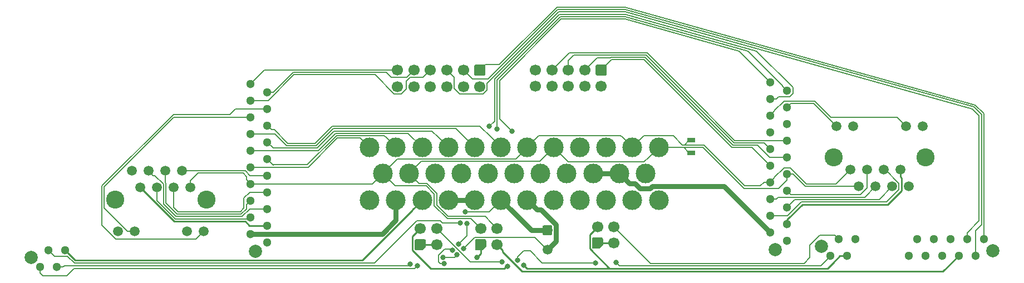
<source format=gtl>
G04 #@! TF.GenerationSoftware,KiCad,Pcbnew,5.0.2-bee76a0~70~ubuntu18.04.1*
G04 #@! TF.CreationDate,2019-11-25T08:18:34-05:00*
G04 #@! TF.ProjectId,interface,696e7465-7266-4616-9365-2e6b69636164,rev?*
G04 #@! TF.SameCoordinates,Original*
G04 #@! TF.FileFunction,Copper,L1,Top*
G04 #@! TF.FilePolarity,Positive*
%FSLAX46Y46*%
G04 Gerber Fmt 4.6, Leading zero omitted, Abs format (unit mm)*
G04 Created by KiCad (PCBNEW 5.0.2-bee76a0~70~ubuntu18.04.1) date Mon 25 Nov 2019 08:18:34 AM EST*
%MOMM*%
%LPD*%
G01*
G04 APERTURE LIST*
G04 #@! TA.AperFunction,Conductor*
%ADD10C,0.100076*%
G04 #@! TD*
G04 #@! TA.AperFunction,ComponentPad*
%ADD11C,1.700000*%
G04 #@! TD*
G04 #@! TA.AperFunction,ComponentPad*
%ADD12C,1.417157*%
G04 #@! TD*
G04 #@! TA.AperFunction,ComponentPad*
%ADD13C,2.000000*%
G04 #@! TD*
G04 #@! TA.AperFunction,ComponentPad*
%ADD14C,1.300000*%
G04 #@! TD*
G04 #@! TA.AperFunction,ComponentPad*
%ADD15C,1.500000*%
G04 #@! TD*
G04 #@! TA.AperFunction,ComponentPad*
%ADD16C,2.750000*%
G04 #@! TD*
G04 #@! TA.AperFunction,ComponentPad*
%ADD17C,3.000000*%
G04 #@! TD*
G04 #@! TA.AperFunction,SMDPad,CuDef*
%ADD18R,1.300000X0.700000*%
G04 #@! TD*
G04 #@! TA.AperFunction,ViaPad*
%ADD19C,0.800000*%
G04 #@! TD*
G04 #@! TA.AperFunction,Conductor*
%ADD20C,0.152400*%
G04 #@! TD*
G04 #@! TA.AperFunction,Conductor*
%ADD21C,0.254000*%
G04 #@! TD*
G04 #@! TA.AperFunction,Conductor*
%ADD22C,0.762000*%
G04 #@! TD*
G04 APERTURE END LIST*
D10*
G04 #@! TO.N,/START_BTN*
G04 #@! TO.C,U4*
G36*
X165158104Y-63199204D02*
X165182373Y-63202804D01*
X165206171Y-63208765D01*
X165229271Y-63217030D01*
X165251449Y-63227520D01*
X165272493Y-63240133D01*
X165292198Y-63254747D01*
X165310377Y-63271223D01*
X165326853Y-63289402D01*
X165341467Y-63309107D01*
X165354080Y-63330151D01*
X165364570Y-63352329D01*
X165372835Y-63375429D01*
X165378796Y-63399227D01*
X165382396Y-63423496D01*
X165383600Y-63448000D01*
X165383600Y-64648000D01*
X165382396Y-64672504D01*
X165378796Y-64696773D01*
X165372835Y-64720571D01*
X165364570Y-64743671D01*
X165354080Y-64765849D01*
X165341467Y-64786893D01*
X165326853Y-64806598D01*
X165310377Y-64824777D01*
X165292198Y-64841253D01*
X165272493Y-64855867D01*
X165251449Y-64868480D01*
X165229271Y-64878970D01*
X165206171Y-64887235D01*
X165182373Y-64893196D01*
X165158104Y-64896796D01*
X165133600Y-64898000D01*
X163933600Y-64898000D01*
X163909096Y-64896796D01*
X163884827Y-64893196D01*
X163861029Y-64887235D01*
X163837929Y-64878970D01*
X163815751Y-64868480D01*
X163794707Y-64855867D01*
X163775002Y-64841253D01*
X163756823Y-64824777D01*
X163740347Y-64806598D01*
X163725733Y-64786893D01*
X163713120Y-64765849D01*
X163702630Y-64743671D01*
X163694365Y-64720571D01*
X163688404Y-64696773D01*
X163684804Y-64672504D01*
X163683600Y-64648000D01*
X163683600Y-63448000D01*
X163684804Y-63423496D01*
X163688404Y-63399227D01*
X163694365Y-63375429D01*
X163702630Y-63352329D01*
X163713120Y-63330151D01*
X163725733Y-63309107D01*
X163740347Y-63289402D01*
X163756823Y-63271223D01*
X163775002Y-63254747D01*
X163794707Y-63240133D01*
X163815751Y-63227520D01*
X163837929Y-63217030D01*
X163861029Y-63208765D01*
X163884827Y-63202804D01*
X163909096Y-63199204D01*
X163933600Y-63198000D01*
X165133600Y-63198000D01*
X165158104Y-63199204D01*
X165158104Y-63199204D01*
G37*
D11*
G04 #@! TD*
G04 #@! TO.P,U4,1*
G04 #@! TO.N,/START_BTN*
X164533600Y-64048000D03*
G04 #@! TO.P,U4,2*
G04 #@! TO.N,/START_LED*
X162033600Y-64048000D03*
G04 #@! TO.P,U4,3*
G04 #@! TO.N,/BMS_LED*
X159533600Y-64048000D03*
G04 #@! TO.P,U4,4*
G04 #@! TO.N,/IMD_LED*
X157033600Y-64048000D03*
G04 #@! TO.P,U4,5*
G04 #@! TO.N,GND*
X154533600Y-64048000D03*
G04 #@! TO.P,U4,6*
X164533600Y-66548000D03*
G04 #@! TO.P,U4,7*
X162033600Y-66548000D03*
G04 #@! TO.P,U4,8*
X159533600Y-66548000D03*
G04 #@! TO.P,U4,9*
X157033600Y-66548000D03*
G04 #@! TO.P,U4,10*
X154533600Y-66548000D03*
G04 #@! TD*
D12*
G04 #@! TO.P,U2,1*
G04 #@! TO.N,GND*
X137007600Y-90652600D03*
D10*
G04 #@! TD*
G04 #@! TO.N,GND*
G04 #@! TO.C,U2*
G36*
X136162404Y-90003827D02*
X136176630Y-89956929D01*
X136199733Y-89913707D01*
X136230823Y-89875823D01*
X136268707Y-89844733D01*
X136311929Y-89821630D01*
X136358827Y-89807404D01*
X136407600Y-89802600D01*
X137607600Y-89802600D01*
X137656373Y-89807404D01*
X137703271Y-89821630D01*
X137746493Y-89844733D01*
X137784377Y-89875823D01*
X137815467Y-89913707D01*
X137838570Y-89956929D01*
X137852796Y-90003827D01*
X137857600Y-90052600D01*
X137857600Y-90852600D01*
X137852796Y-90901373D01*
X137838570Y-90948271D01*
X137815467Y-90991493D01*
X137784377Y-91029377D01*
X137384377Y-91429377D01*
X137346493Y-91460467D01*
X137303271Y-91483570D01*
X137256373Y-91497796D01*
X137207600Y-91502600D01*
X136407600Y-91502600D01*
X136358827Y-91497796D01*
X136311929Y-91483570D01*
X136268707Y-91460467D01*
X136230823Y-91429377D01*
X136199733Y-91391493D01*
X136176630Y-91348271D01*
X136162404Y-91301373D01*
X136157600Y-91252600D01*
X136157600Y-90052600D01*
X136162404Y-90003827D01*
X136162404Y-90003827D01*
G37*
D11*
G04 #@! TO.P,U2,2*
G04 #@! TO.N,GND*
X139507600Y-90652600D03*
G04 #@! TO.P,U2,3*
G04 #@! TO.N,/5V_LED_BARS*
X137007600Y-88152600D03*
G04 #@! TO.P,U2,4*
G04 #@! TO.N,/SPEED_LED_BAR*
X139507600Y-88152600D03*
G04 #@! TD*
D13*
G04 #@! TO.P,J5,5*
G04 #@! TO.N,N/C*
X77771800Y-92556200D03*
D14*
G04 #@! TO.P,J5,4*
G04 #@! TO.N,/5V_CAN_LOGGER*
X82981800Y-91516200D03*
G04 #@! TO.P,J5,2*
G04 #@! TO.N,/IS>BOTS*
X80441800Y-91516200D03*
G04 #@! TO.P,J5,1*
G04 #@! TO.N,/BOTS>ESTOP*
X79171800Y-94056200D03*
G04 #@! TO.P,J5,3*
G04 #@! TO.N,/ESTOP>HVD*
X81711800Y-94056200D03*
G04 #@! TD*
D11*
G04 #@! TO.P,U3,4*
G04 #@! TO.N,/SOC_LED_BAR*
X166457000Y-87898600D03*
G04 #@! TO.P,U3,3*
G04 #@! TO.N,/5V_LED_BARS*
X163957000Y-87898600D03*
G04 #@! TO.P,U3,2*
G04 #@! TO.N,GND*
X166457000Y-90398600D03*
D12*
G04 #@! TO.P,U3,1*
X163957000Y-90398600D03*
D10*
G04 #@! TD*
G04 #@! TO.N,GND*
G04 #@! TO.C,U3*
G36*
X163111804Y-89749827D02*
X163126030Y-89702929D01*
X163149133Y-89659707D01*
X163180223Y-89621823D01*
X163218107Y-89590733D01*
X163261329Y-89567630D01*
X163308227Y-89553404D01*
X163357000Y-89548600D01*
X164557000Y-89548600D01*
X164605773Y-89553404D01*
X164652671Y-89567630D01*
X164695893Y-89590733D01*
X164733777Y-89621823D01*
X164764867Y-89659707D01*
X164787970Y-89702929D01*
X164802196Y-89749827D01*
X164807000Y-89798600D01*
X164807000Y-90598600D01*
X164802196Y-90647373D01*
X164787970Y-90694271D01*
X164764867Y-90737493D01*
X164733777Y-90775377D01*
X164333777Y-91175377D01*
X164295893Y-91206467D01*
X164252671Y-91229570D01*
X164205773Y-91243796D01*
X164157000Y-91248600D01*
X163357000Y-91248600D01*
X163308227Y-91243796D01*
X163261329Y-91229570D01*
X163218107Y-91206467D01*
X163180223Y-91175377D01*
X163149133Y-91137493D01*
X163126030Y-91094271D01*
X163111804Y-91047373D01*
X163107000Y-90998600D01*
X163107000Y-89798600D01*
X163111804Y-89749827D01*
X163111804Y-89749827D01*
G37*
D15*
G04 #@! TO.P,U6,12*
G04 #@! TO.N,/RJ45_LED_G_THROTTLE*
X104082800Y-88569800D03*
G04 #@! TO.P,U6,11*
G04 #@! TO.N,Net-(U6-Pad11)*
X101542800Y-88569800D03*
G04 #@! TO.P,U6,9*
G04 #@! TO.N,Net-(U6-Pad9)*
X90982800Y-88569800D03*
G04 #@! TO.P,U6,10*
G04 #@! TO.N,/RJ45_LED_O_THROTTLE*
X93522800Y-88569800D03*
G04 #@! TO.P,U6,1*
G04 #@! TO.N,/CANH*
X101982800Y-81939800D03*
G04 #@! TO.P,U6,3*
G04 #@! TO.N,/RESET_THROTTLE*
X99442800Y-81939800D03*
G04 #@! TO.P,U6,5*
G04 #@! TO.N,/MISO_THROTTLE*
X96902800Y-81939800D03*
G04 #@! TO.P,U6,7*
G04 #@! TO.N,/5V_THROTTLE*
X94362800Y-81939800D03*
G04 #@! TO.P,U6,2*
G04 #@! TO.N,/CANL*
X100712800Y-79399800D03*
G04 #@! TO.P,U6,4*
G04 #@! TO.N,/SCK_THROTTLE*
X98172800Y-79399800D03*
G04 #@! TO.P,U6,6*
G04 #@! TO.N,/MOSI_THROTTLE*
X95632800Y-79399800D03*
G04 #@! TO.P,U6,8*
G04 #@! TO.N,GND*
X93092800Y-79399800D03*
D16*
G04 #@! TO.P,U6,13*
G04 #@! TO.N,Net-(U6-Pad13)*
X104482800Y-83819800D03*
G04 #@! TO.P,U6,14*
G04 #@! TO.N,Net-(U6-Pad14)*
X90582800Y-83819800D03*
G04 #@! TD*
D10*
G04 #@! TO.N,/LV_LED*
G04 #@! TO.C,U1*
G36*
X146674504Y-63210004D02*
X146698773Y-63213604D01*
X146722571Y-63219565D01*
X146745671Y-63227830D01*
X146767849Y-63238320D01*
X146788893Y-63250933D01*
X146808598Y-63265547D01*
X146826777Y-63282023D01*
X146843253Y-63300202D01*
X146857867Y-63319907D01*
X146870480Y-63340951D01*
X146880970Y-63363129D01*
X146889235Y-63386229D01*
X146895196Y-63410027D01*
X146898796Y-63434296D01*
X146900000Y-63458800D01*
X146900000Y-64658800D01*
X146898796Y-64683304D01*
X146895196Y-64707573D01*
X146889235Y-64731371D01*
X146880970Y-64754471D01*
X146870480Y-64776649D01*
X146857867Y-64797693D01*
X146843253Y-64817398D01*
X146826777Y-64835577D01*
X146808598Y-64852053D01*
X146788893Y-64866667D01*
X146767849Y-64879280D01*
X146745671Y-64889770D01*
X146722571Y-64898035D01*
X146698773Y-64903996D01*
X146674504Y-64907596D01*
X146650000Y-64908800D01*
X145450000Y-64908800D01*
X145425496Y-64907596D01*
X145401227Y-64903996D01*
X145377429Y-64898035D01*
X145354329Y-64889770D01*
X145332151Y-64879280D01*
X145311107Y-64866667D01*
X145291402Y-64852053D01*
X145273223Y-64835577D01*
X145256747Y-64817398D01*
X145242133Y-64797693D01*
X145229520Y-64776649D01*
X145219030Y-64754471D01*
X145210765Y-64731371D01*
X145204804Y-64707573D01*
X145201204Y-64683304D01*
X145200000Y-64658800D01*
X145200000Y-63458800D01*
X145201204Y-63434296D01*
X145204804Y-63410027D01*
X145210765Y-63386229D01*
X145219030Y-63363129D01*
X145229520Y-63340951D01*
X145242133Y-63319907D01*
X145256747Y-63300202D01*
X145273223Y-63282023D01*
X145291402Y-63265547D01*
X145311107Y-63250933D01*
X145332151Y-63238320D01*
X145354329Y-63227830D01*
X145377429Y-63219565D01*
X145401227Y-63213604D01*
X145425496Y-63210004D01*
X145450000Y-63208800D01*
X146650000Y-63208800D01*
X146674504Y-63210004D01*
X146674504Y-63210004D01*
G37*
D11*
G04 #@! TD*
G04 #@! TO.P,U1,1*
G04 #@! TO.N,/LV_LED*
X146050000Y-64058800D03*
G04 #@! TO.P,U1,2*
G04 #@! TO.N,/HV_LED*
X143550000Y-64058800D03*
G04 #@! TO.P,U1,3*
G04 #@! TO.N,/BRAKE_LED*
X141050000Y-64058800D03*
G04 #@! TO.P,U1,4*
G04 #@! TO.N,/DRIVE_MODE_+*
X138550000Y-64058800D03*
G04 #@! TO.P,U1,5*
G04 #@! TO.N,/DRIVE_MODE_SENSE*
X136050000Y-64058800D03*
G04 #@! TO.P,U1,6*
G04 #@! TO.N,/DRIVE_MODE_-*
X133550000Y-64058800D03*
G04 #@! TO.P,U1,7*
G04 #@! TO.N,GND*
X146050000Y-66558800D03*
G04 #@! TO.P,U1,8*
X143550000Y-66558800D03*
G04 #@! TO.P,U1,9*
X141050000Y-66558800D03*
G04 #@! TO.P,U1,10*
X138550000Y-66558800D03*
G04 #@! TO.P,U1,11*
X136050000Y-66558800D03*
G04 #@! TO.P,U1,12*
X133550000Y-66558800D03*
G04 #@! TD*
D14*
G04 #@! TO.P,J3,3*
G04 #@! TO.N,/5V_LED_BARS*
X201955400Y-92354400D03*
G04 #@! TO.P,J3,1*
G04 #@! TO.N,/SPEED_LED_BAR*
X199415400Y-92354400D03*
G04 #@! TO.P,J3,2*
G04 #@! TO.N,/SOC_LED_BAR*
X200685400Y-89814400D03*
G04 #@! TO.P,J3,4*
G04 #@! TO.N,GND*
X203225400Y-89814400D03*
D13*
G04 #@! TO.P,J3,5*
G04 #@! TO.N,N/C*
X198015400Y-90854400D03*
G04 #@! TD*
D17*
G04 #@! TO.P,J7,31*
G04 #@! TO.N,/CANL*
X157283600Y-75824200D03*
G04 #@! TO.P,J7,25*
G04 #@! TO.N,/THROTTLE_POT_1_SENSE*
X133283600Y-75824200D03*
G04 #@! TO.P,J7,26*
G04 #@! TO.N,/THROTTLE_POT_1_-*
X137283600Y-75824200D03*
G04 #@! TO.P,J7,27*
G04 #@! TO.N,/THROTTLE_POT_2_+*
X141283600Y-75824200D03*
G04 #@! TO.P,J7,28*
G04 #@! TO.N,/THROTTLE_POT_2_SENSE*
X145283600Y-75824200D03*
G04 #@! TO.P,J7,29*
G04 #@! TO.N,/THROTTLE_POT_2_-*
X149283600Y-75824200D03*
G04 #@! TO.P,J7,30*
G04 #@! TO.N,/CANH*
X153283600Y-75824200D03*
G04 #@! TO.P,J7,14*
G04 #@! TO.N,/CANL*
X135283600Y-79824200D03*
G04 #@! TO.P,J7,15*
G04 #@! TO.N,GND*
X139283600Y-79824200D03*
G04 #@! TO.P,J7,17*
G04 #@! TO.N,/STEERING_POT_SENSE*
X147283600Y-79824200D03*
G04 #@! TO.P,J7,16*
G04 #@! TO.N,/STEERING_POT_+*
X143283600Y-79824200D03*
G04 #@! TO.P,J7,18*
G04 #@! TO.N,/STEERING_POT_-*
X151283600Y-79824200D03*
G04 #@! TO.P,J7,19*
G04 #@! TO.N,GND*
X155283600Y-79824200D03*
G04 #@! TO.P,J7,7*
G04 #@! TO.N,/ESTOP>HVD*
X153283600Y-83824200D03*
G04 #@! TO.P,J7,6*
G04 #@! TO.N,/BOTS>ESTOP*
X149283600Y-83824200D03*
G04 #@! TO.P,J7,4*
G04 #@! TO.N,/IS>BOTS*
X141283600Y-83824200D03*
G04 #@! TO.P,J7,5*
X145283600Y-83824200D03*
G04 #@! TO.P,J7,3*
G04 #@! TO.N,/5V_CAN_LOGGER*
X137283600Y-83824200D03*
G04 #@! TO.P,J7,2*
G04 #@! TO.N,+12V*
X133283600Y-83824200D03*
G04 #@! TO.P,J7,24*
G04 #@! TO.N,/THROTTLE_POT_1_+*
X129283600Y-75824200D03*
G04 #@! TO.P,J7,13*
G04 #@! TO.N,/CANH*
X131283600Y-79824200D03*
G04 #@! TO.P,J7,1*
G04 #@! TO.N,GND*
X129283600Y-83824200D03*
G04 #@! TO.P,J7,8*
X157283600Y-83824200D03*
G04 #@! TO.P,J7,20*
X159283600Y-79824200D03*
G04 #@! TO.P,J7,32*
X161283600Y-75824200D03*
G04 #@! TO.P,J7,9*
X161283600Y-83824200D03*
G04 #@! TO.P,J7,33*
G04 #@! TO.N,/RTD_LSD*
X165283600Y-75824200D03*
G04 #@! TO.P,J7,21*
G04 #@! TO.N,+12V*
X163283600Y-79824200D03*
G04 #@! TO.P,J7,10*
G04 #@! TO.N,GND*
X165283600Y-83824200D03*
G04 #@! TO.P,J7,34*
G04 #@! TO.N,/CANH*
X169283600Y-75824200D03*
G04 #@! TO.P,J7,22*
G04 #@! TO.N,+12V*
X167283600Y-79824200D03*
G04 #@! TO.P,J7,11*
G04 #@! TO.N,/CANH*
X169283600Y-83824200D03*
G04 #@! TO.P,J7,35*
G04 #@! TO.N,/CANL*
X173283600Y-75824200D03*
G04 #@! TO.P,J7,23*
G04 #@! TO.N,GND*
X171283600Y-79824200D03*
G04 #@! TO.P,J7,12*
G04 #@! TO.N,/CANL*
X173283600Y-83824200D03*
G04 #@! TD*
D14*
G04 #@! TO.P,J1,5*
G04 #@! TO.N,/MOSI_DUX*
X192760600Y-84937600D03*
G04 #@! TO.P,J1,3*
G04 #@! TO.N,/5V_DUX*
X192760600Y-87477600D03*
G04 #@! TO.P,J1,1*
G04 #@! TO.N,GND*
X192760600Y-90017600D03*
G04 #@! TO.P,J1,7*
G04 #@! TO.N,/RESET_DUX*
X192760600Y-82397600D03*
G04 #@! TO.P,J1,2*
G04 #@! TO.N,+12V*
X190220600Y-88747600D03*
G04 #@! TO.P,J1,4*
G04 #@! TO.N,/MISO_DUX*
X190220600Y-86207600D03*
G04 #@! TO.P,J1,6*
G04 #@! TO.N,/SCK_DUX*
X190220600Y-83667600D03*
G04 #@! TO.P,J1,8*
G04 #@! TO.N,/CANH*
X190220600Y-81127600D03*
G04 #@! TO.P,J1,9*
G04 #@! TO.N,/CANL*
X192760600Y-79857600D03*
G04 #@! TO.P,J1,10*
G04 #@! TO.N,/START_BTN*
X190220600Y-78587600D03*
G04 #@! TO.P,J1,11*
G04 #@! TO.N,/START_LED*
X192760600Y-77317600D03*
G04 #@! TO.P,J1,12*
G04 #@! TO.N,/BMS_LED*
X190220600Y-76047600D03*
G04 #@! TO.P,J1,13*
G04 #@! TO.N,/IMD_LED*
X192760600Y-74777600D03*
G04 #@! TO.P,J1,14*
G04 #@! TO.N,GND*
X190220600Y-73507600D03*
G04 #@! TO.P,J1,15*
G04 #@! TO.N,/RTD_LSD*
X192760600Y-72237600D03*
G04 #@! TO.P,J1,16*
G04 #@! TO.N,/RJ45_LED_O_DUX*
X190220600Y-70967600D03*
G04 #@! TO.P,J1,17*
G04 #@! TO.N,/RJ45_LED_G_DUX*
X192760600Y-69697600D03*
G04 #@! TO.P,J1,18*
G04 #@! TO.N,/STEERING_POT_+*
X190220600Y-68427600D03*
G04 #@! TO.P,J1,19*
G04 #@! TO.N,/STEERING_POT_SENSE*
X192760600Y-67157600D03*
G04 #@! TO.P,J1,20*
G04 #@! TO.N,/STEERING_POT_-*
X190220600Y-65887600D03*
D13*
G04 #@! TO.P,J1,21*
G04 #@! TO.N,N/C*
X190960600Y-91417600D03*
G04 #@! TD*
G04 #@! TO.P,J2,21*
G04 #@! TO.N,N/C*
X111941200Y-91671600D03*
D14*
G04 #@! TO.P,J2,20*
G04 #@! TO.N,/DRIVE_MODE_-*
X111201200Y-66141600D03*
G04 #@! TO.P,J2,19*
G04 #@! TO.N,/DRIVE_MODE_SENSE*
X113741200Y-67411600D03*
G04 #@! TO.P,J2,18*
G04 #@! TO.N,/DRIVE_MODE_+*
X111201200Y-68681600D03*
G04 #@! TO.P,J2,17*
G04 #@! TO.N,/RJ45_LED_G_THROTTLE*
X113741200Y-69951600D03*
G04 #@! TO.P,J2,16*
G04 #@! TO.N,/RJ45_LED_O_THROTTLE*
X111201200Y-71221600D03*
G04 #@! TO.P,J2,15*
G04 #@! TO.N,/THROTTLE_POT_2_-*
X113741200Y-72491600D03*
G04 #@! TO.P,J2,14*
G04 #@! TO.N,/THROTTLE_POT_2_SENSE*
X111201200Y-73761600D03*
G04 #@! TO.P,J2,13*
G04 #@! TO.N,/THROTTLE_POT_2_+*
X113741200Y-75031600D03*
G04 #@! TO.P,J2,12*
G04 #@! TO.N,/THROTTLE_POT_1_-*
X111201200Y-76301600D03*
G04 #@! TO.P,J2,11*
G04 #@! TO.N,/THROTTLE_POT_1_SENSE*
X113741200Y-77571600D03*
G04 #@! TO.P,J2,10*
G04 #@! TO.N,/THROTTLE_POT_1_+*
X111201200Y-78841600D03*
G04 #@! TO.P,J2,9*
G04 #@! TO.N,/CANL*
X113741200Y-80111600D03*
G04 #@! TO.P,J2,8*
G04 #@! TO.N,/CANH*
X111201200Y-81381600D03*
G04 #@! TO.P,J2,6*
G04 #@! TO.N,/SCK_THROTTLE*
X111201200Y-83921600D03*
G04 #@! TO.P,J2,4*
G04 #@! TO.N,/MISO_THROTTLE*
X111201200Y-86461600D03*
G04 #@! TO.P,J2,2*
G04 #@! TO.N,+12V*
X111201200Y-89001600D03*
G04 #@! TO.P,J2,7*
G04 #@! TO.N,/RESET_THROTTLE*
X113741200Y-82651600D03*
G04 #@! TO.P,J2,1*
G04 #@! TO.N,GND*
X113741200Y-90271600D03*
G04 #@! TO.P,J2,3*
G04 #@! TO.N,/5V_THROTTLE*
X113741200Y-87731600D03*
G04 #@! TO.P,J2,5*
G04 #@! TO.N,/MOSI_THROTTLE*
X113741200Y-85191600D03*
G04 #@! TD*
D13*
G04 #@! TO.P,J4,11*
G04 #@! TO.N,N/C*
X224132600Y-91563600D03*
D14*
G04 #@! TO.P,J4,10*
G04 #@! TO.N,GND*
X211302600Y-92303600D03*
G04 #@! TO.P,J4,9*
X212572600Y-89763600D03*
G04 #@! TO.P,J4,8*
X213842600Y-92303600D03*
G04 #@! TO.P,J4,6*
X216382600Y-92303600D03*
G04 #@! TO.P,J4,4*
G04 #@! TO.N,/5V_STEERING*
X218922600Y-92303600D03*
G04 #@! TO.P,J4,2*
G04 #@! TO.N,/HV_LED*
X221462600Y-92303600D03*
G04 #@! TO.P,J4,7*
G04 #@! TO.N,GND*
X215112600Y-89763600D03*
G04 #@! TO.P,J4,1*
G04 #@! TO.N,/LV_LED*
X222732600Y-89763600D03*
G04 #@! TO.P,J4,3*
G04 #@! TO.N,/BRAKE_LED*
X220192600Y-89763600D03*
G04 #@! TO.P,J4,5*
G04 #@! TO.N,GND*
X217652600Y-89763600D03*
G04 #@! TD*
D12*
G04 #@! TO.P,J6,1*
G04 #@! TO.N,GND*
X146177000Y-90652600D03*
D10*
G04 #@! TD*
G04 #@! TO.N,GND*
G04 #@! TO.C,J6*
G36*
X145331804Y-90003827D02*
X145346030Y-89956929D01*
X145369133Y-89913707D01*
X145400223Y-89875823D01*
X145438107Y-89844733D01*
X145481329Y-89821630D01*
X145528227Y-89807404D01*
X145577000Y-89802600D01*
X146777000Y-89802600D01*
X146825773Y-89807404D01*
X146872671Y-89821630D01*
X146915893Y-89844733D01*
X146953777Y-89875823D01*
X146984867Y-89913707D01*
X147007970Y-89956929D01*
X147022196Y-90003827D01*
X147027000Y-90052600D01*
X147027000Y-90852600D01*
X147022196Y-90901373D01*
X147007970Y-90948271D01*
X146984867Y-90991493D01*
X146953777Y-91029377D01*
X146553777Y-91429377D01*
X146515893Y-91460467D01*
X146472671Y-91483570D01*
X146425773Y-91497796D01*
X146377000Y-91502600D01*
X145577000Y-91502600D01*
X145528227Y-91497796D01*
X145481329Y-91483570D01*
X145438107Y-91460467D01*
X145400223Y-91429377D01*
X145369133Y-91391493D01*
X145346030Y-91348271D01*
X145331804Y-91301373D01*
X145327000Y-91252600D01*
X145327000Y-90052600D01*
X145331804Y-90003827D01*
X145331804Y-90003827D01*
G37*
D11*
G04 #@! TO.P,J6,2*
G04 #@! TO.N,/5V_STEERING*
X148677000Y-90652600D03*
G04 #@! TO.P,J6,3*
G04 #@! TO.N,/CANH*
X146177000Y-88152600D03*
G04 #@! TO.P,J6,4*
G04 #@! TO.N,/CANL*
X148677000Y-88152600D03*
G04 #@! TD*
D10*
G04 #@! TO.N,/BOTS>ESTOP*
G04 #@! TO.C,J8*
G36*
X156861504Y-87694004D02*
X156885773Y-87697604D01*
X156909571Y-87703565D01*
X156932671Y-87711830D01*
X156954849Y-87722320D01*
X156975893Y-87734933D01*
X156995598Y-87749547D01*
X157013777Y-87766023D01*
X157030253Y-87784202D01*
X157044867Y-87803907D01*
X157057480Y-87824951D01*
X157067970Y-87847129D01*
X157076235Y-87870229D01*
X157082196Y-87894027D01*
X157085796Y-87918296D01*
X157087000Y-87942800D01*
X157087000Y-88942800D01*
X157085796Y-88967304D01*
X157082196Y-88991573D01*
X157076235Y-89015371D01*
X157067970Y-89038471D01*
X157057480Y-89060649D01*
X157044867Y-89081693D01*
X157030253Y-89101398D01*
X157013777Y-89119577D01*
X156995598Y-89136053D01*
X156975893Y-89150667D01*
X156954849Y-89163280D01*
X156932671Y-89173770D01*
X156909571Y-89182035D01*
X156885773Y-89187996D01*
X156861504Y-89191596D01*
X156837000Y-89192800D01*
X155837000Y-89192800D01*
X155812496Y-89191596D01*
X155788227Y-89187996D01*
X155764429Y-89182035D01*
X155741329Y-89173770D01*
X155719151Y-89163280D01*
X155698107Y-89150667D01*
X155678402Y-89136053D01*
X155660223Y-89119577D01*
X155643747Y-89101398D01*
X155629133Y-89081693D01*
X155616520Y-89060649D01*
X155606030Y-89038471D01*
X155597765Y-89015371D01*
X155591804Y-88991573D01*
X155588204Y-88967304D01*
X155587000Y-88942800D01*
X155587000Y-87942800D01*
X155588204Y-87918296D01*
X155591804Y-87894027D01*
X155597765Y-87870229D01*
X155606030Y-87847129D01*
X155616520Y-87824951D01*
X155629133Y-87803907D01*
X155643747Y-87784202D01*
X155660223Y-87766023D01*
X155678402Y-87749547D01*
X155698107Y-87734933D01*
X155719151Y-87722320D01*
X155741329Y-87711830D01*
X155764429Y-87703565D01*
X155788227Y-87697604D01*
X155812496Y-87694004D01*
X155837000Y-87692800D01*
X156837000Y-87692800D01*
X156861504Y-87694004D01*
X156861504Y-87694004D01*
G37*
D15*
G04 #@! TD*
G04 #@! TO.P,J8,1*
G04 #@! TO.N,/BOTS>ESTOP*
X156337000Y-88442800D03*
G04 #@! TO.P,J8,2*
G04 #@! TO.N,/ESTOP>HVD*
X156337000Y-91442800D03*
G04 #@! TD*
D16*
G04 #@! TO.P,U5,14*
G04 #@! TO.N,Net-(U5-Pad14)*
X213823400Y-77368400D03*
G04 #@! TO.P,U5,13*
G04 #@! TO.N,Net-(U5-Pad13)*
X199923400Y-77368400D03*
D15*
G04 #@! TO.P,U5,8*
G04 #@! TO.N,GND*
X211313400Y-81788400D03*
G04 #@! TO.P,U5,6*
G04 #@! TO.N,/MOSI_DUX*
X208773400Y-81788400D03*
G04 #@! TO.P,U5,4*
G04 #@! TO.N,/SCK_DUX*
X206233400Y-81788400D03*
G04 #@! TO.P,U5,2*
G04 #@! TO.N,/CANL*
X203693400Y-81788400D03*
G04 #@! TO.P,U5,7*
G04 #@! TO.N,/5V_DUX*
X210043400Y-79248400D03*
G04 #@! TO.P,U5,5*
G04 #@! TO.N,/MISO_DUX*
X207503400Y-79248400D03*
G04 #@! TO.P,U5,3*
G04 #@! TO.N,/RESET_DUX*
X204963400Y-79248400D03*
G04 #@! TO.P,U5,1*
G04 #@! TO.N,/CANH*
X202423400Y-79248400D03*
G04 #@! TO.P,U5,10*
G04 #@! TO.N,/RJ45_LED_O_DUX*
X210883400Y-72618400D03*
G04 #@! TO.P,U5,9*
G04 #@! TO.N,Net-(U5-Pad9)*
X213423400Y-72618400D03*
G04 #@! TO.P,U5,11*
G04 #@! TO.N,Net-(U5-Pad11)*
X202863400Y-72618400D03*
G04 #@! TO.P,U5,12*
G04 #@! TO.N,/RJ45_LED_G_DUX*
X200323400Y-72618400D03*
G04 #@! TD*
D18*
G04 #@! TO.P,R1 (DNP),1*
G04 #@! TO.N,/CANL*
X178206400Y-76631800D03*
G04 #@! TO.P,R1 (DNP),2*
G04 #@! TO.N,/CANH*
X178206400Y-74731800D03*
G04 #@! TD*
D19*
G04 #@! TO.N,GND*
X145643600Y-92557600D03*
G04 #@! TO.N,/STEERING_POT_+*
X147497800Y-72644000D03*
G04 #@! TO.N,/STEERING_POT_SENSE*
X148666200Y-73025000D03*
G04 #@! TO.N,/STEERING_POT_-*
X150952200Y-73380600D03*
G04 #@! TO.N,/5V_LED_BARS*
X150291800Y-93903800D03*
X152755600Y-93776800D03*
G04 #@! TO.N,/SPEED_LED_BAR*
X163652200Y-93421200D03*
X166801800Y-93370400D03*
X151841200Y-93040200D03*
X149402800Y-93268800D03*
G04 #@! TO.N,/ESTOP>HVD*
X135458200Y-93634000D03*
X140442469Y-92547289D03*
X142581362Y-92182655D03*
X143567146Y-91255854D03*
G04 #@! TO.N,/BOTS>ESTOP*
X136550400Y-93878401D03*
X140614400Y-93532400D03*
X141874254Y-91475546D03*
X142830546Y-90519254D03*
X144076028Y-87432310D03*
X143840201Y-85661589D03*
G04 #@! TO.N,/IS>BOTS*
X143078200Y-87366400D03*
G04 #@! TD*
D20*
G04 #@! TO.N,/MOSI_DUX*
X208773400Y-81788400D02*
X206809383Y-83752417D01*
X204258183Y-83752417D02*
X204258181Y-83752419D01*
X193945781Y-83752419D02*
X192760600Y-84937600D01*
X206809383Y-83752417D02*
X204258183Y-83752417D01*
X204258181Y-83752419D02*
X193945781Y-83752419D01*
D21*
G04 #@! TO.N,/5V_DUX*
X193028393Y-86610809D02*
X193017791Y-86610809D01*
X210043400Y-79248400D02*
X210043400Y-80309060D01*
X193017791Y-86610809D02*
X192760600Y-86868000D01*
X192760600Y-86868000D02*
X192760600Y-87477600D01*
X195131163Y-84508039D02*
X193028393Y-86610809D01*
X208142764Y-84508039D02*
X195131163Y-84508039D01*
X210202811Y-82447992D02*
X208142764Y-84508039D01*
X210202811Y-80468471D02*
X210202811Y-82447992D01*
X210043400Y-80309060D02*
X210202811Y-80468471D01*
G04 #@! TO.N,GND*
X137007600Y-90652600D02*
X139507600Y-90652600D01*
X163957000Y-90398600D02*
X166457000Y-90398600D01*
X146177000Y-90652600D02*
X146177000Y-92024200D01*
X146177000Y-92024200D02*
X145643600Y-92557600D01*
D20*
G04 #@! TO.N,/RESET_DUX*
X204963400Y-79248400D02*
X204963400Y-82037178D01*
X203952979Y-83047599D02*
X193410599Y-83047599D01*
X204963400Y-82037178D02*
X203952979Y-83047599D01*
X193410599Y-83047599D02*
X192760600Y-82397600D01*
D22*
G04 #@! TO.N,+12V*
X167283600Y-79824200D02*
X168783599Y-81324199D01*
X189570601Y-88097601D02*
X190220600Y-88747600D01*
X168783599Y-81324199D02*
X169703717Y-81324199D01*
X169703717Y-81324199D02*
X170446918Y-82067400D01*
X170446918Y-82067400D02*
X171960518Y-82067400D01*
X171960518Y-82067400D02*
X172284719Y-81743199D01*
X172284719Y-81743199D02*
X183216199Y-81743199D01*
X183216199Y-81743199D02*
X189570601Y-88097601D01*
X163283600Y-79824200D02*
X167283600Y-79824200D01*
X129844800Y-89001600D02*
X111201200Y-89001600D01*
X131191000Y-89001600D02*
X129844800Y-89001600D01*
X133283600Y-83824200D02*
X133283600Y-86909000D01*
X133283600Y-86909000D02*
X131191000Y-89001600D01*
D20*
G04 #@! TO.N,/MISO_DUX*
X204404154Y-84104829D02*
X194964149Y-84104829D01*
X207503400Y-79248400D02*
X207752178Y-79248400D01*
X194964149Y-84104829D02*
X192861378Y-86207600D01*
X192861378Y-86207600D02*
X191139838Y-86207600D01*
X204404156Y-84104827D02*
X204404154Y-84104829D01*
X207975751Y-84104827D02*
X204404156Y-84104827D01*
X209799601Y-82280977D02*
X207975751Y-84104827D01*
X209799601Y-81295823D02*
X209799601Y-82280977D01*
X191139838Y-86207600D02*
X190220600Y-86207600D01*
X207752178Y-79248400D02*
X209799601Y-81295823D01*
G04 #@! TO.N,/SCK_DUX*
X206233400Y-81788400D02*
X204621792Y-83400008D01*
X204621792Y-83400008D02*
X204098952Y-83400009D01*
X204098952Y-83400009D02*
X191407429Y-83400009D01*
X191407429Y-83400009D02*
X191139838Y-83667600D01*
X191139838Y-83667600D02*
X190220600Y-83667600D01*
G04 #@! TO.N,/CANH*
X111201200Y-81381600D02*
X129726200Y-81381600D01*
X129726200Y-81381600D02*
X131283600Y-79824200D01*
X110029010Y-79752210D02*
X110551201Y-80274401D01*
X110551201Y-80274401D02*
X110551201Y-80731601D01*
X103102390Y-79759550D02*
X103102390Y-79752210D01*
X103102390Y-79752210D02*
X110029010Y-79752210D01*
X101982800Y-80879140D02*
X103102390Y-79759550D01*
X101982800Y-81939800D02*
X101982800Y-80879140D01*
X110551201Y-80731601D02*
X111201200Y-81381600D01*
X195760200Y-81432400D02*
X200239400Y-81432400D01*
X200239400Y-81432400D02*
X202423400Y-79248400D01*
X195756610Y-81435990D02*
X195760200Y-81432400D01*
X193252019Y-78931399D02*
X195756610Y-81435990D01*
X186350182Y-81686400D02*
X188742562Y-81686400D01*
X180135572Y-75471790D02*
X186350182Y-81686400D01*
X176893990Y-75471790D02*
X180135572Y-75471790D01*
X175470199Y-74047999D02*
X176893990Y-75471790D01*
X171059801Y-74047999D02*
X175470199Y-74047999D01*
X169283600Y-75824200D02*
X171059801Y-74047999D01*
X189301362Y-81127600D02*
X190220600Y-81127600D01*
X188742562Y-81686400D02*
X189301362Y-81127600D01*
X153283600Y-75824200D02*
X155059801Y-74047999D01*
X155059801Y-74047999D02*
X167507399Y-74047999D01*
X167783601Y-74324201D02*
X169283600Y-75824200D01*
X167507399Y-74047999D02*
X167783601Y-74324201D01*
X153283600Y-75824200D02*
X151507399Y-77600401D01*
X151507399Y-77600401D02*
X133507399Y-77600401D01*
X133507399Y-77600401D02*
X132783599Y-78324201D01*
X132783599Y-78324201D02*
X131283600Y-79824200D01*
X190870599Y-80477601D02*
X190870599Y-80376823D01*
X190220600Y-81127600D02*
X190870599Y-80477601D01*
X190870599Y-80376823D02*
X192316023Y-78931399D01*
X192316023Y-78931399D02*
X193252019Y-78931399D01*
X176893990Y-75471790D02*
X177166410Y-75471790D01*
X177906400Y-74731800D02*
X178206400Y-74731800D01*
X177166410Y-75471790D02*
X177906400Y-74731800D01*
X144714600Y-86690200D02*
X146177000Y-88152600D01*
X141106617Y-86690200D02*
X144714600Y-86690200D01*
X139141200Y-82946784D02*
X139141200Y-84724783D01*
X137877627Y-81683211D02*
X139141200Y-82946784D01*
X133142610Y-81683210D02*
X137877627Y-81683211D01*
X139141200Y-84724783D02*
X141106617Y-86690200D01*
X131283600Y-79824200D02*
X133142610Y-81683210D01*
G04 #@! TO.N,/CANL*
X155783601Y-77324199D02*
X157283600Y-75824200D01*
X100712800Y-79399800D02*
X110388622Y-79399800D01*
X157283600Y-75824200D02*
X159507399Y-78047999D01*
X159507399Y-78047999D02*
X171059801Y-78047999D01*
X171059801Y-78047999D02*
X171783601Y-77324199D01*
X171783601Y-77324199D02*
X173283600Y-75824200D01*
X135283600Y-79824200D02*
X137154989Y-77952811D01*
X137154989Y-77952811D02*
X155154989Y-77952811D01*
X155154989Y-77952811D02*
X155783601Y-77324199D01*
X112821962Y-80111600D02*
X113741200Y-80111600D01*
X111100422Y-80111600D02*
X112821962Y-80111600D01*
X190068200Y-82053801D02*
X191483637Y-82053801D01*
X186219201Y-82053801D02*
X190068200Y-82053801D01*
X189776023Y-82053801D02*
X190068200Y-82053801D01*
X179989600Y-75824200D02*
X186219201Y-82053801D01*
X110388622Y-79399800D02*
X111100422Y-80111600D01*
X135283600Y-79824200D02*
X135283600Y-81207000D01*
X192760600Y-79857600D02*
X193679838Y-79857600D01*
X193679838Y-79857600D02*
X195610638Y-81788400D01*
X195610638Y-81788400D02*
X202632740Y-81788400D01*
X202632740Y-81788400D02*
X203693400Y-81788400D01*
X191483637Y-82053801D02*
X192760600Y-80776838D01*
X192760600Y-80776838D02*
X192760600Y-79857600D01*
X177114200Y-75824200D02*
X179989600Y-75824200D01*
X177114200Y-75839600D02*
X177906400Y-76631800D01*
X177114200Y-75824200D02*
X177114200Y-75839600D01*
X177906400Y-76631800D02*
X178206400Y-76631800D01*
X173283600Y-75824200D02*
X177114200Y-75824200D01*
X147827001Y-87302601D02*
X148677000Y-88152600D01*
X135283600Y-79824200D02*
X136783599Y-81324199D01*
X141252590Y-86337789D02*
X146862190Y-86337790D01*
X146862190Y-86337790D02*
X147827001Y-87302601D01*
X136783599Y-81324199D02*
X138016999Y-81324199D01*
X139507399Y-84592598D02*
X141252590Y-86337789D01*
X139507399Y-82814599D02*
X139507399Y-84592598D01*
X138016999Y-81324199D02*
X139507399Y-82814599D01*
G04 #@! TO.N,/START_BTN*
X164533600Y-64048000D02*
X166097600Y-62484000D01*
X184388218Y-75844400D02*
X187477400Y-75844400D01*
X187477400Y-75844400D02*
X190220600Y-78587600D01*
X171027818Y-62484000D02*
X184388218Y-75844400D01*
X166097600Y-62484000D02*
X171027818Y-62484000D01*
G04 #@! TO.N,/START_LED*
X163924610Y-62156990D02*
X165926226Y-62156990D01*
X165926226Y-62156990D02*
X165951627Y-62131589D01*
X191841362Y-77317600D02*
X192760600Y-77317600D01*
X190119822Y-77317600D02*
X191841362Y-77317600D01*
X188287832Y-75485610D02*
X190119822Y-77317600D01*
X184559467Y-75485610D02*
X188287832Y-75485610D01*
X171205446Y-62131589D02*
X184559467Y-75485610D01*
X165951627Y-62131589D02*
X171205446Y-62131589D01*
X162033600Y-64048000D02*
X163924610Y-62156990D01*
G04 #@! TO.N,/BMS_LED*
X165803033Y-61781799D02*
X165805655Y-61779179D01*
X165805655Y-61779179D02*
X171351419Y-61779179D01*
X171351419Y-61779179D02*
X184705439Y-75133199D01*
X184705439Y-75133199D02*
X189306200Y-75133200D01*
X189570601Y-75397601D02*
X190220600Y-76047600D01*
X189306200Y-75133200D02*
X189570601Y-75397601D01*
X160339023Y-61781799D02*
X165803033Y-61781799D01*
X159533600Y-64048000D02*
X159533600Y-62587222D01*
X159533600Y-62587222D02*
X160339023Y-61781799D01*
G04 #@! TO.N,/IMD_LED*
X192760600Y-74777600D02*
X184848222Y-74777600D01*
X184848222Y-74777600D02*
X177952400Y-67881778D01*
X177952400Y-67881778D02*
X177837822Y-67767200D01*
X171487822Y-61417200D02*
X177952400Y-67881778D01*
X157033600Y-64048000D02*
X159664400Y-61417200D01*
X159664400Y-61417200D02*
X171487822Y-61417200D01*
G04 #@! TO.N,/RJ45_LED_O_DUX*
X190870599Y-70216823D02*
X190870599Y-70317601D01*
X209512000Y-71247000D02*
X199450382Y-71247000D01*
X192316023Y-68771399D02*
X190870599Y-70216823D01*
X196974782Y-68771399D02*
X192316023Y-68771399D01*
X210883400Y-72618400D02*
X209512000Y-71247000D01*
X190870599Y-70317601D02*
X190220600Y-70967600D01*
X199450382Y-71247000D02*
X196974782Y-68771399D01*
G04 #@! TO.N,/RJ45_LED_G_DUX*
X196828809Y-69123809D02*
X193344800Y-69123809D01*
X192760600Y-69697600D02*
X192771009Y-69697600D01*
X192771009Y-69697600D02*
X193344800Y-69123809D01*
X200323400Y-72618400D02*
X196828809Y-69123809D01*
G04 #@! TO.N,/STEERING_POT_+*
X148310600Y-71831200D02*
X147497800Y-72644000D01*
X158162352Y-55575200D02*
X148310600Y-65426952D01*
X168209707Y-55575200D02*
X158162352Y-55575200D01*
X188116331Y-61142553D02*
X168209707Y-55575200D01*
X191139838Y-68427600D02*
X191483637Y-68083801D01*
X148310600Y-65426952D02*
X148310600Y-71831200D01*
X190220600Y-68427600D02*
X191139838Y-68427600D01*
X193686801Y-66713023D02*
X188116331Y-61142553D01*
X191483637Y-68083801D02*
X193205177Y-68083801D01*
X193205177Y-68083801D02*
X193686801Y-67602177D01*
X193686801Y-67602177D02*
X193686801Y-66713023D01*
G04 #@! TO.N,/STEERING_POT_SENSE*
X158308325Y-55927611D02*
X148666200Y-65569736D01*
X192110601Y-66507601D02*
X192110601Y-66406823D01*
X148666200Y-72459315D02*
X148666200Y-73025000D01*
X148666200Y-65569736D02*
X148666200Y-72459315D01*
X192110601Y-66406823D02*
X186861252Y-61157474D01*
X168161359Y-55927611D02*
X158308325Y-55927611D01*
X186861252Y-61157474D02*
X168161359Y-55927611D01*
X192760600Y-67157600D02*
X192110601Y-66507601D01*
G04 #@! TO.N,/STEERING_POT_-*
X189570601Y-65237601D02*
X190220600Y-65887600D01*
X149072600Y-71501000D02*
X149072600Y-65661720D01*
X150952200Y-73380600D02*
X149072600Y-71501000D01*
X149072600Y-65661720D02*
X158447920Y-56286400D01*
X158447920Y-56286400D02*
X168135817Y-56286400D01*
X168135817Y-56286400D02*
X185466267Y-61133267D01*
X185466267Y-61133267D02*
X189570601Y-65237601D01*
G04 #@! TO.N,/DRIVE_MODE_-*
X133550000Y-64058800D02*
X113284000Y-64058800D01*
X113284000Y-64058800D02*
X111201200Y-66141600D01*
G04 #@! TO.N,/DRIVE_MODE_SENSE*
X117657638Y-64414400D02*
X131851400Y-64414400D01*
X113741200Y-67411600D02*
X114660438Y-67411600D01*
X114660438Y-67411600D02*
X117657638Y-64414400D01*
X131851400Y-64414400D02*
X132622001Y-65185001D01*
X132622001Y-65185001D02*
X134923799Y-65185001D01*
X134923799Y-65185001D02*
X135200001Y-64908799D01*
X135200001Y-64908799D02*
X136050000Y-64058800D01*
G04 #@! TO.N,/DRIVE_MODE_+*
X117803610Y-64766810D02*
X113888820Y-68681600D01*
X113888820Y-68681600D02*
X111201200Y-68681600D01*
X130091232Y-64766810D02*
X117803610Y-64766810D01*
X134090577Y-67685001D02*
X133009423Y-67685001D01*
X134871982Y-66903596D02*
X134090577Y-67685001D01*
X138550000Y-64058800D02*
X137423799Y-65185001D01*
X134871982Y-65735200D02*
X134871982Y-66903596D01*
X135422181Y-65185001D02*
X134871982Y-65735200D01*
X137423799Y-65185001D02*
X135422181Y-65185001D01*
X133009423Y-67685001D02*
X130091232Y-64766810D01*
G04 #@! TO.N,/RJ45_LED_G_THROTTLE*
X112903000Y-69951600D02*
X113741200Y-69951600D01*
X108864400Y-69951600D02*
X112903000Y-69951600D01*
X112821962Y-69951600D02*
X112903000Y-69951600D01*
X108026200Y-70789800D02*
X108864400Y-69951600D01*
X88579189Y-81651611D02*
X99441000Y-70789800D01*
X99441000Y-70789800D02*
X108026200Y-70789800D01*
X88579189Y-87684967D02*
X88579189Y-81651611D01*
X90708622Y-89814400D02*
X88579189Y-87684967D01*
X104082800Y-88569800D02*
X102838200Y-89814400D01*
X102838200Y-89814400D02*
X90708622Y-89814400D01*
G04 #@! TO.N,/RJ45_LED_O_THROTTLE*
X111201200Y-71221600D02*
X99507584Y-71221600D01*
X88931600Y-81797584D02*
X88931600Y-85039260D01*
X92462140Y-88569800D02*
X93522800Y-88569800D01*
X88931600Y-85039260D02*
X92462140Y-88569800D01*
X99507584Y-71221600D02*
X88931600Y-81797584D01*
G04 #@! TO.N,/THROTTLE_POT_2_-*
X114762581Y-73141599D02*
X116830384Y-75209400D01*
X116830384Y-75209400D02*
X121015216Y-75209400D01*
X113741200Y-72491600D02*
X114391199Y-73141599D01*
X114391199Y-73141599D02*
X114762581Y-73141599D01*
X123631416Y-72593200D02*
X146052600Y-72593200D01*
X121015216Y-75209400D02*
X123631416Y-72593200D01*
X146052600Y-72593200D02*
X147783601Y-74324201D01*
X147783601Y-74324201D02*
X149283600Y-75824200D01*
G04 #@! TO.N,/THROTTLE_POT_2_SENSE*
X112120438Y-73761600D02*
X111201200Y-73761600D01*
X142408200Y-72948800D02*
X123774200Y-72948800D01*
X121158000Y-75565000D02*
X116687600Y-75565000D01*
X114884200Y-73761600D02*
X112120438Y-73761600D01*
X116687600Y-75565000D02*
X114884200Y-73761600D01*
X145283600Y-75824200D02*
X142408200Y-72948800D01*
X123774200Y-72948800D02*
X121158000Y-75565000D01*
G04 #@! TO.N,/THROTTLE_POT_2_+*
X123901200Y-73329800D02*
X138789200Y-73329800D01*
X114630200Y-75920600D02*
X121310400Y-75920600D01*
X121310400Y-75920600D02*
X123901200Y-73329800D01*
X138789200Y-73329800D02*
X139783601Y-74324201D01*
X139783601Y-74324201D02*
X141283600Y-75824200D01*
X113741200Y-75031600D02*
X114630200Y-75920600D01*
G04 #@! TO.N,/THROTTLE_POT_1_-*
X137283600Y-75824200D02*
X135154989Y-73695589D01*
X135154989Y-73695589D02*
X124119611Y-73695589D01*
X112120438Y-76301600D02*
X111201200Y-76301600D01*
X124119611Y-73695589D02*
X121513600Y-76301600D01*
X121513600Y-76301600D02*
X112120438Y-76301600D01*
G04 #@! TO.N,/THROTTLE_POT_1_SENSE*
X131507399Y-74047999D02*
X131783601Y-74324201D01*
X119837200Y-78486000D02*
X124275201Y-74047999D01*
X114661980Y-78486000D02*
X119837200Y-78486000D01*
X113741200Y-77571600D02*
X114658790Y-78489190D01*
X124275201Y-74047999D02*
X131507399Y-74047999D01*
X114658790Y-78489190D02*
X114661980Y-78486000D01*
X131783601Y-74324201D02*
X133283600Y-75824200D01*
G04 #@! TO.N,/THROTTLE_POT_1_+*
X129283600Y-75824200D02*
X127881400Y-74422000D01*
X119989600Y-78841600D02*
X111201200Y-78841600D01*
X124409200Y-74422000D02*
X119989600Y-78841600D01*
X127881400Y-74422000D02*
X124409200Y-74422000D01*
G04 #@! TO.N,/SCK_THROTTLE*
X98172800Y-81192639D02*
X98285561Y-81305400D01*
X98281411Y-84305247D02*
X98281411Y-81309550D01*
X99980564Y-86004400D02*
X98281411Y-84305247D01*
X98281411Y-81309550D02*
X98285561Y-81305400D01*
X109753400Y-86004400D02*
X99980564Y-86004400D01*
X110551201Y-85206599D02*
X109753400Y-86004400D01*
X111201200Y-83921600D02*
X110551201Y-84571599D01*
X110551201Y-84571599D02*
X110551201Y-85206599D01*
X98172800Y-79399800D02*
X98172800Y-81192639D01*
G04 #@! TO.N,/MISO_THROTTLE*
X99695000Y-86715600D02*
X110582805Y-86715600D01*
X110582805Y-86715600D02*
X110836805Y-86461600D01*
X110836805Y-86461600D02*
X111201200Y-86461600D01*
X97663000Y-84683600D02*
X99695000Y-86715600D01*
X96902800Y-83919800D02*
X97663000Y-84680000D01*
X97663000Y-84680000D02*
X97663000Y-84683600D01*
X96902800Y-81939800D02*
X96902800Y-83919800D01*
G04 #@! TO.N,/RESET_THROTTLE*
X109601000Y-85648800D02*
X100155800Y-85648800D01*
X100155800Y-85648800D02*
X99669600Y-85162600D01*
X110185200Y-83566822D02*
X110185200Y-85064600D01*
X110185200Y-85064600D02*
X109601000Y-85648800D01*
X99442800Y-84935800D02*
X99669600Y-85162600D01*
X99669600Y-85162600D02*
X99669600Y-85166200D01*
X111100422Y-82651600D02*
X110185200Y-83566822D01*
X113741200Y-82651600D02*
X111100422Y-82651600D01*
X99442800Y-81939800D02*
X99442800Y-84935800D01*
D21*
G04 #@! TO.N,/5V_THROTTLE*
X99527985Y-87118810D02*
X110412448Y-87118810D01*
X110412448Y-87118810D02*
X111025238Y-87731600D01*
X111025238Y-87731600D02*
X112821962Y-87731600D01*
X112821962Y-87731600D02*
X113741200Y-87731600D01*
X94362800Y-81939800D02*
X94362800Y-81953624D01*
X94362800Y-81953624D02*
X99527985Y-87118810D01*
D20*
G04 #@! TO.N,/MOSI_THROTTLE*
X97929001Y-81447223D02*
X97929001Y-84447618D01*
X96631577Y-80149799D02*
X97929001Y-81447223D01*
X95632800Y-79399800D02*
X96382799Y-80149799D01*
X98013791Y-84536009D02*
X97952091Y-84470708D01*
X96382799Y-80149799D02*
X96631577Y-80149799D01*
X97952091Y-84470708D02*
X97950291Y-84472509D01*
X97929001Y-84447618D02*
X97952091Y-84470708D01*
X98348800Y-84871018D02*
X98013791Y-84536009D01*
X99837782Y-86360000D02*
X98348800Y-84871018D01*
X109932022Y-86360000D02*
X99837782Y-86360000D01*
X113741200Y-85191600D02*
X111100422Y-85191600D01*
X111100422Y-85191600D02*
X109932022Y-86360000D01*
D21*
G04 #@! TO.N,/5V_LED_BARS*
X162779990Y-89075610D02*
X163107001Y-88748599D01*
X162779990Y-91237608D02*
X162779990Y-89075610D01*
X199766341Y-93449421D02*
X199766341Y-93451259D01*
X200861362Y-92354400D02*
X199766341Y-93449421D01*
X163107001Y-88748599D02*
X163957000Y-87898600D01*
X201955400Y-92354400D02*
X200861362Y-92354400D01*
X199766341Y-93451259D02*
X198958200Y-94259400D01*
X165801782Y-94259400D02*
X162779990Y-91237608D01*
X198958200Y-94259400D02*
X165801782Y-94259400D01*
X135830590Y-91491608D02*
X138598382Y-94259400D01*
X137007600Y-88152600D02*
X135830590Y-89329610D01*
X135830590Y-89329610D02*
X135830590Y-91491608D01*
X148412200Y-94259400D02*
X148564600Y-94259400D01*
X138598382Y-94259400D02*
X148412200Y-94259400D01*
X153155599Y-94176799D02*
X152755600Y-93776800D01*
X165801782Y-94259400D02*
X153238200Y-94259400D01*
X153238200Y-94259400D02*
X153155599Y-94176799D01*
X150114000Y-93903800D02*
X150291800Y-93903800D01*
X148412200Y-94259400D02*
X149758400Y-94259400D01*
X149758400Y-94259400D02*
X150114000Y-93903800D01*
D20*
G04 #@! TO.N,/SPEED_LED_BAR*
X198765401Y-93004399D02*
X199415400Y-92354400D01*
X197919990Y-93849810D02*
X198765401Y-93004399D01*
X167281210Y-93849810D02*
X197919990Y-93849810D01*
X166801800Y-93370400D02*
X167281210Y-93849810D01*
X163652200Y-93421200D02*
X155524178Y-93421200D01*
X155524178Y-93421200D02*
X153709577Y-91606599D01*
X152709116Y-91606599D02*
X153060400Y-91606599D01*
X151841200Y-92474515D02*
X152709116Y-91606599D01*
X151841200Y-93040200D02*
X151841200Y-92474515D01*
X153709577Y-91606599D02*
X153060400Y-91606599D01*
X153060400Y-91606599D02*
X152964423Y-91606599D01*
X144623800Y-93268800D02*
X144780000Y-93268800D01*
X139507600Y-88152600D02*
X144623800Y-93268800D01*
X144708494Y-93268800D02*
X144780000Y-93268800D01*
X144780000Y-93268800D02*
X149402800Y-93268800D01*
G04 #@! TO.N,/SOC_LED_BAR*
X172055800Y-93497400D02*
X195376800Y-93497400D01*
X200035401Y-89164401D02*
X200685400Y-89814400D01*
X197816621Y-89164401D02*
X200035401Y-89164401D01*
X195376800Y-93497400D02*
X196265800Y-92608400D01*
X196265800Y-92608400D02*
X196265800Y-90715222D01*
X166457000Y-87898600D02*
X172055800Y-93497400D01*
X196265800Y-90715222D02*
X197816621Y-89164401D01*
G04 #@! TO.N,/BRAKE_LED*
X220192600Y-89763600D02*
X220192600Y-88844362D01*
X220967108Y-69964108D02*
X209780690Y-66835564D01*
X168121209Y-55184517D02*
X158054651Y-55184517D01*
X220192600Y-88844362D02*
X222021400Y-87015562D01*
X141899999Y-64908799D02*
X141050000Y-64058800D01*
X222021400Y-71018400D02*
X220967108Y-69964108D01*
X143009423Y-67685001D02*
X142176201Y-66851779D01*
X145497199Y-67685001D02*
X143009423Y-67685001D01*
X158054651Y-55184517D02*
X147176201Y-66062967D01*
X222021400Y-87015562D02*
X222021400Y-71018400D01*
X142176201Y-66851779D02*
X142176201Y-65185001D01*
X142176201Y-65185001D02*
X141899999Y-64908799D01*
X145509423Y-67685001D02*
X145503311Y-67678889D01*
X146590577Y-67685001D02*
X145509423Y-67685001D01*
X145503311Y-67678889D02*
X145497199Y-67685001D01*
X147176201Y-67099377D02*
X146590577Y-67685001D01*
X209780690Y-66835564D02*
X168121209Y-55184517D01*
X147176201Y-66062967D02*
X147176201Y-67099377D01*
G04 #@! TO.N,/LV_LED*
X146897487Y-63211313D02*
X146050000Y-64058800D01*
X222732600Y-89763600D02*
X222732600Y-70695650D01*
X221386476Y-69349526D02*
X168121783Y-54452810D01*
X222732600Y-70695650D02*
X221386476Y-69349526D01*
X149031087Y-63211313D02*
X146897487Y-63211313D01*
X168121783Y-54452810D02*
X157789590Y-54452810D01*
X157789590Y-54452810D02*
X149031087Y-63211313D01*
G04 #@! TO.N,/HV_LED*
X168118217Y-54817746D02*
X221202602Y-69664036D01*
X221462600Y-91384362D02*
X221462600Y-92303600D01*
X143550000Y-64058800D02*
X144923799Y-65432599D01*
X144923799Y-65432599D02*
X147308185Y-65432599D01*
X147308185Y-65432599D02*
X157935563Y-54805221D01*
X157935563Y-54805221D02*
X168073435Y-54805221D01*
X222377000Y-87604600D02*
X221462600Y-88519000D01*
X221202602Y-69664036D02*
X222377000Y-70838434D01*
X222377000Y-70838434D02*
X222377000Y-87604600D01*
X168073435Y-54805221D02*
X168075586Y-54805823D01*
X221462600Y-88519000D02*
X221462600Y-91384362D01*
X168075586Y-54805823D02*
X168118217Y-54817746D01*
D21*
G04 #@! TO.N,/5V_STEERING*
X149526999Y-91502599D02*
X148677000Y-90652600D01*
X149526999Y-91776561D02*
X149526999Y-91502599D01*
X152463848Y-94713410D02*
X149526999Y-91776561D01*
X216512790Y-94713410D02*
X152463848Y-94713410D01*
X218922600Y-92303600D02*
X216512790Y-94713410D01*
G04 #@! TO.N,/5V_CAN_LOGGER*
X84464201Y-92998601D02*
X83631799Y-92166199D01*
X128195275Y-92998601D02*
X84464201Y-92998601D01*
X135783601Y-85410275D02*
X128195275Y-92998601D01*
X83631799Y-92166199D02*
X82981800Y-91516200D01*
X135783601Y-85324199D02*
X135783601Y-85410275D01*
X137283600Y-83824200D02*
X135783601Y-85324199D01*
D22*
G04 #@! TO.N,/ESTOP>HVD*
X157086999Y-90692801D02*
X156337000Y-91442800D01*
X157668010Y-90111790D02*
X157086999Y-90692801D01*
X157668010Y-87598582D02*
X157668010Y-90111790D01*
X155393627Y-85324199D02*
X157668010Y-87598582D01*
X154783599Y-85324199D02*
X155393627Y-85324199D01*
X153283600Y-83824200D02*
X154783599Y-85324199D01*
D20*
X82862828Y-93824410D02*
X133353190Y-93824410D01*
X81711800Y-94056200D02*
X82631038Y-94056200D01*
X82631038Y-94056200D02*
X82862828Y-93824410D01*
X133353190Y-93824410D02*
X135267790Y-93824410D01*
X135267790Y-93824410D02*
X135458200Y-93634000D01*
X140442469Y-92547289D02*
X142216728Y-92547289D01*
X142216728Y-92547289D02*
X142581362Y-92182655D01*
X155587001Y-90692801D02*
X156337000Y-91442800D01*
X154420590Y-89526390D02*
X155587001Y-90692801D01*
X145296610Y-89526390D02*
X154420590Y-89526390D01*
X143567146Y-91255854D02*
X145296610Y-89526390D01*
D22*
G04 #@! TO.N,/BOTS>ESTOP*
X149283600Y-83824200D02*
X151364601Y-85905201D01*
D20*
X92989400Y-94310200D02*
X93141800Y-94310200D01*
X84302601Y-94310199D02*
X93141799Y-94310199D01*
X83235800Y-95377000D02*
X84302601Y-94310199D01*
X93141799Y-94310199D02*
X93141800Y-94310200D01*
X79573362Y-95377000D02*
X83235800Y-95377000D01*
X79171800Y-94056200D02*
X79171800Y-94975438D01*
X79171800Y-94975438D02*
X79573362Y-95377000D01*
D22*
X153902200Y-88442800D02*
X151364601Y-85905201D01*
X156337000Y-88442800D02*
X153902200Y-88442800D01*
D20*
X93141799Y-94310199D02*
X118465602Y-94310200D01*
X118465602Y-94310200D02*
X134239000Y-94310200D01*
X134239000Y-94310200D02*
X136118601Y-94310200D01*
X136118601Y-94310200D02*
X136550400Y-93878401D01*
X139766268Y-93249953D02*
X139766268Y-92222712D01*
X140614400Y-93532400D02*
X140048715Y-93532400D01*
X139766268Y-92222712D02*
X140701380Y-91287600D01*
X140048715Y-93532400D02*
X139766268Y-93249953D01*
X140701380Y-91287600D02*
X141686308Y-91287600D01*
X141686308Y-91287600D02*
X141874254Y-91475546D01*
X142830546Y-90519254D02*
X144076028Y-89273772D01*
X144076028Y-89273772D02*
X144076028Y-87432310D01*
X147446211Y-85661589D02*
X149283600Y-83824200D01*
X143840201Y-85661589D02*
X147446211Y-85661589D01*
D22*
G04 #@! TO.N,/IS>BOTS*
X141283600Y-83824200D02*
X145283600Y-83824200D01*
D20*
X83337777Y-92442401D02*
X84367376Y-93472000D01*
X80441800Y-91516200D02*
X81368001Y-92442401D01*
X81368001Y-92442401D02*
X83337777Y-92442401D01*
X140388178Y-87366400D02*
X143078200Y-87366400D01*
X140048177Y-87026399D02*
X140388178Y-87366400D01*
X136467023Y-87026399D02*
X140048177Y-87026399D01*
X84367376Y-93472000D02*
X130021422Y-93472000D01*
X130021422Y-93472000D02*
X136467023Y-87026399D01*
G04 #@! TD*
M02*

</source>
